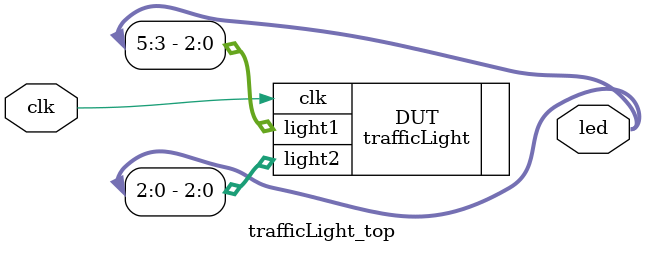
<source format=v>
module trafficLight_top(clk, led);
  input clk;
  output [5:0] led;
  
  trafficLight DUT(.clk(clk), .light1(led[5:3]), .light2(led[2:0]));

endmodule

</source>
